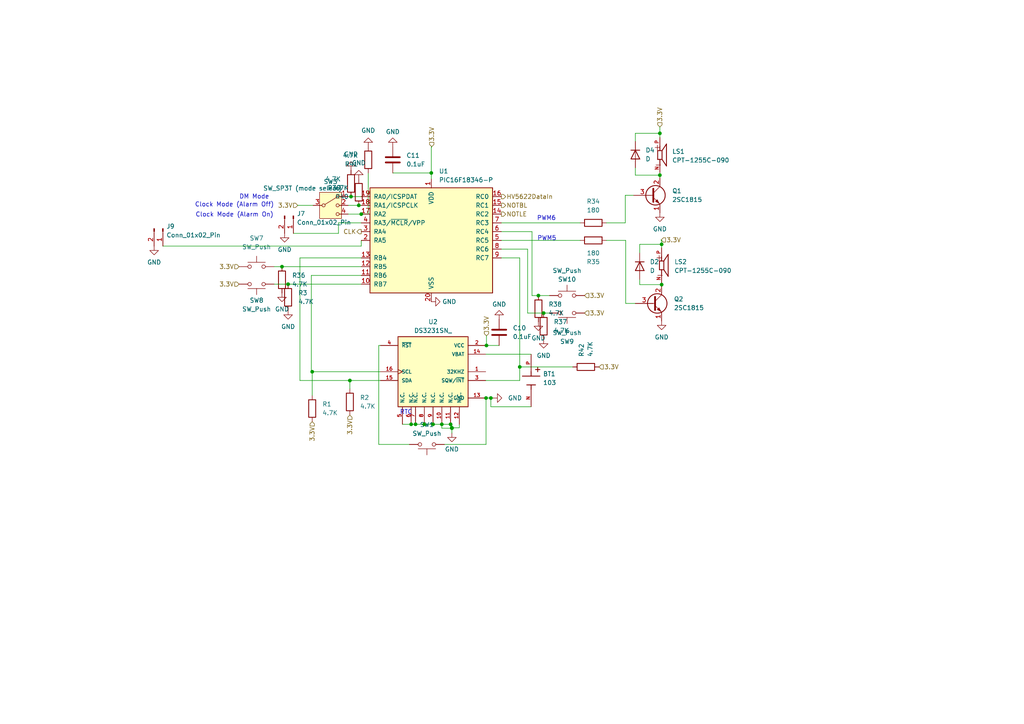
<source format=kicad_sch>
(kicad_sch (version 20230121) (generator eeschema)
  (paper "A4")
  (lib_symbols
    (symbol "103:103" (pin_names (offset 1.016))
      (property "Reference" "BT" (at -3.81 3.81 0))
      (property "Value" "103" (at -3.81 -5.08 0))
      (symbol "103_0_0"
        (polyline (pts (xy -3.81 1.905) (xy -2.54 1.905)) (stroke (width 0.254)))
        (polyline (pts (xy -3.175 2.54) (xy -3.175 1.27)) (stroke (width 0.254)))
        (polyline (pts (xy -1.27 0) (xy -2.54 0)) (stroke (width 0.254)))
        (polyline (pts (xy -1.27 0) (xy -1.27 -2.54)) (stroke (width 0.254)))
        (polyline (pts (xy -1.27 2.54) (xy -1.27 0)) (stroke (width 0.254)))
        (polyline (pts (xy 1.27 0) (xy 1.27 -1.27)) (stroke (width 0.254)))
        (polyline (pts (xy 1.27 0) (xy 2.54 0)) (stroke (width 0.254)))
        (polyline (pts (xy 1.27 1.27) (xy 1.27 0)) (stroke (width 0.254)))
        (pin passive line (at 7.62 0 180) (length 5.08) (name "~") (number "N"))
        (pin passive line (at -7.62 0 0) (length 5.08) (name "~") (number "P"))
      )
    )
    (symbol "CPT-1255C-090:CPT-1255C-090" (pin_names (offset 1.016))
      (property "Reference" "LS" (at -4.0809 10.2023 0))
      (property "Value" "CPT-1255C-090" (at -4.5885 -12.7459 0))
      (symbol "CPT-1255C-090_0_0"
        (polyline (pts (xy -0.635 -1.27) (xy -0.635 1.27)) (stroke (width 0.254)))
        (polyline (pts (xy -0.635 1.27) (xy 0 1.27)) (stroke (width 0.254)))
        (polyline (pts (xy 0 -1.27) (xy -0.635 -1.27)) (stroke (width 0.254)))
        (polyline (pts (xy 0 -1.27) (xy 0 -2.54)) (stroke (width 0.254)))
        (polyline (pts (xy 0 1.27) (xy 0 2.54)) (stroke (width 0.254)))
        (polyline (pts (xy 0 1.27) (xy 0.635 1.27)) (stroke (width 0.254)))
        (polyline (pts (xy 0.635 -1.27) (xy 0 -1.27)) (stroke (width 0.254)))
        (polyline (pts (xy 0.635 1.27) (xy 0.635 -1.27)) (stroke (width 0.254)))
        (polyline (pts (xy 0.635 1.27) (xy 1.905 3.175)) (stroke (width 0.254)))
        (polyline (pts (xy 1.905 -3.175) (xy 0.635 -1.27)) (stroke (width 0.254)))
        (polyline (pts (xy 1.905 3.175) (xy 1.905 -3.175)) (stroke (width 0.254)))
        (text "+" (at -1.913 1.2753 0) (effects (font (size 1.7854 1.7854)) (justify left bottom)))
        (text "-" (at -1.6587 -3.812 0) (effects (font (size 1.7855 1.7855)) (justify left bottom)))
        (pin passive line (at 0 -5.08 90) (length 2.54) (name "~") (number "N"))
        (pin passive line (at 0 5.08 270) (length 2.54) (name "~") (number "P"))
      )
    )
    (symbol "Connector:Conn_01x02_Pin" (pin_names (offset 1.016) hide)
      (property "Reference" "J" (at 0 2.54 0))
      (property "Value" "Conn_01x02_Pin" (at 0 -5.08 0))
      (symbol "Conn_01x02_Pin_1_1"
        (polyline (pts (xy 1.27 -2.54) (xy 0.8636 -2.54)) (stroke (width 0.1524)))
        (polyline (pts (xy 1.27 0) (xy 0.8636 0)) (stroke (width 0.1524)))
        (rectangle (start 0.8636 -2.413) (end 0 -2.667) (stroke (width 0.1524)) (fill (type outline)))
        (rectangle (start 0.8636 0.127) (end 0 -0.127) (stroke (width 0.1524)) (fill (type outline)))
        (pin passive line (at 5.08 0 180) (length 3.81) (name "Pin_1") (number "1"))
        (pin passive line (at 5.08 -2.54 180) (length 3.81) (name "Pin_2") (number "2"))
      )
    )
    (symbol "DS3231SN_:DS3231SN_" (pin_names (offset 1.016))
      (property "Reference" "U2" (at 0 14.478 0))
      (property "Value" "DS3231SN_" (at 0 11.938 0))
      (symbol "DS3231SN__0_0"
        (rectangle (start -10.16 10.16) (end 10.16 -10.16) (stroke (width 0.254)) (fill (type background)))
        (pin output line (at 15.24 0 180) (length 5.08) (name "32KHZ") (number "1"))
        (pin power_in line (at 15.24 -7.62 180) (length 5.08) (name "GND") (number "13"))
        (pin power_in line (at 15.24 5.08 180) (length 5.08) (name "VBAT") (number "14"))
        (pin bidirectional line (at -15.24 -2.54 0) (length 5.08) (name "SDA") (number "15"))
        (pin input clock (at -15.24 0 0) (length 5.08) (name "SCL") (number "16"))
        (pin power_in line (at 15.24 7.62 180) (length 5.08) (name "VCC") (number "2"))
        (pin output line (at 15.24 -2.54 180) (length 5.08) (name "SQW/~{INT}") (number "3"))
        (pin input line (at -15.24 7.62 0) (length 5.08) (name "~{RST}") (number "4"))
      )
      (symbol "DS3231SN__1_0"
        (pin power_in line (at 2.54 -15.24 90) (length 5.08) (name "N.C.") (number "10"))
        (pin power_in line (at 5.08 -15.24 90) (length 5.08) (name "N.C.") (number "11"))
        (pin power_in line (at 7.62 -15.24 90) (length 5.08) (name "N.C.") (number "12"))
        (pin power_in line (at -8.89 -15.24 90) (length 5.08) (name "N.C.") (number "5"))
        (pin power_in line (at -6.35 -15.24 90) (length 5.08) (name "N.C.") (number "6"))
        (pin power_in line (at -5.08 -15.24 90) (length 5.08) (name "N.C.") (number "7"))
        (pin power_in line (at -2.54 -15.24 90) (length 5.08) (name "N.C.") (number "8"))
        (pin power_in line (at 0 -15.24 90) (length 5.08) (name "N.C.") (number "9"))
      )
    )
    (symbol "Device:C" (pin_numbers hide) (pin_names (offset 0.254))
      (property "Reference" "C" (at 0.635 2.54 0))
      (property "Value" "C" (at 0.635 -2.54 0))
      (symbol "C_0_1"
        (polyline (pts (xy -2.032 -0.762) (xy 2.032 -0.762)) (stroke (width 0.508)))
        (polyline (pts (xy -2.032 0.762) (xy 2.032 0.762)) (stroke (width 0.508)))
      )
      (symbol "C_1_1"
        (pin passive line (at 0 3.81 270) (length 2.794) (name "~") (number "1"))
        (pin passive line (at 0 -3.81 90) (length 2.794) (name "~") (number "2"))
      )
    )
    (symbol "Device:D" (pin_numbers hide) (pin_names (offset 1.016) hide)
      (property "Reference" "D" (at 0 2.54 0))
      (property "Value" "D" (at 0 -2.54 0))
      (symbol "D_0_1"
        (polyline (pts (xy -1.27 1.27) (xy -1.27 -1.27)) (stroke (width 0.254)))
        (polyline (pts (xy 1.27 0) (xy -1.27 0)))
        (polyline (pts (xy 1.27 1.27) (xy 1.27 -1.27) (xy -1.27 0) (xy 1.27 1.27)) (stroke (width 0.254)))
      )
      (symbol "D_1_1"
        (pin passive line (at -3.81 0 0) (length 2.54) (name "K") (number "1"))
        (pin passive line (at 3.81 0 180) (length 2.54) (name "A") (number "2"))
      )
    )
    (symbol "Device:R" (pin_numbers hide) (pin_names (offset 0))
      (property "Reference" "R" (at 2.032 0 90))
      (property "Value" "R" (at 0 0 90))
      (symbol "R_0_1"
        (rectangle (start -1.016 -2.54) (end 1.016 2.54) (stroke (width 0.254)))
      )
      (symbol "R_1_1"
        (pin passive line (at 0 3.81 270) (length 1.27) (name "~") (number "1"))
        (pin passive line (at 0 -3.81 90) (length 1.27) (name "~") (number "2"))
      )
    )
    (symbol "MCU_Microchip_PIC16:PIC16F18346-P" (pin_names (offset 1.016))
      (property "Reference" "U" (at -16.51 16.51 0))
      (property "Value" "PIC16F18346-P" (at 9.652 16.51 0))
      (symbol "PIC16F18346-P_0_1"
        (rectangle (start -17.78 15.24) (end 17.78 -15.24) (stroke (width 0.254)) (fill (type background)))
      )
      (symbol "PIC16F18346-P_1_1"
        (pin power_in line (at 0 17.78 270) (length 2.54) (name "VDD") (number "1"))
        (pin bidirectional line (at -20.32 -12.7 0) (length 2.54) (name "RB7") (number "10"))
        (pin bidirectional line (at -20.32 -10.16 0) (length 2.54) (name "RB6") (number "11"))
        (pin bidirectional line (at -20.32 -7.62 0) (length 2.54) (name "RB5") (number "12"))
        (pin bidirectional line (at -20.32 -5.08 0) (length 2.54) (name "RB4") (number "13"))
        (pin bidirectional line (at 20.32 7.62 180) (length 2.54) (name "RC2") (number "14"))
        (pin bidirectional line (at 20.32 10.16 180) (length 2.54) (name "RC1") (number "15"))
        (pin bidirectional line (at 20.32 12.7 180) (length 2.54) (name "RC0") (number "16"))
        (pin bidirectional line (at -20.32 7.62 0) (length 2.54) (name "RA2") (number "17"))
        (pin bidirectional line (at -20.32 10.16 0) (length 2.54) (name "RA1/ICSPCLK") (number "18"))
        (pin bidirectional line (at -20.32 12.7 0) (length 2.54) (name "RA0/ICSPDAT") (number "19"))
        (pin bidirectional line (at -20.32 0 0) (length 2.54) (name "RA5") (number "2"))
        (pin power_in line (at 0 -17.78 90) (length 2.54) (name "VSS") (number "20"))
        (pin bidirectional line (at -20.32 2.54 0) (length 2.54) (name "RA4") (number "3"))
        (pin bidirectional line (at -20.32 5.08 0) (length 2.54) (name "RA3/~{MCLR}/VPP") (number "4"))
        (pin bidirectional line (at 20.32 0 180) (length 2.54) (name "RC5") (number "5"))
        (pin bidirectional line (at 20.32 2.54 180) (length 2.54) (name "RC4") (number "6"))
        (pin bidirectional line (at 20.32 5.08 180) (length 2.54) (name "RC3") (number "7"))
        (pin bidirectional line (at 20.32 -2.54 180) (length 2.54) (name "RC6") (number "8"))
        (pin bidirectional line (at 20.32 -5.08 180) (length 2.54) (name "RC7") (number "9"))
      )
    )
    (symbol "Switch:SW_Push" (pin_numbers hide) (pin_names (offset 1.016) hide)
      (property "Reference" "SW" (at 1.27 2.54 0))
      (property "Value" "SW_Push" (at 0 -1.524 0))
      (symbol "SW_Push_0_1"
        (circle (center -2.032 0) (radius 0.508))
        (polyline (pts (xy 0 1.27) (xy 0 3.048)))
        (polyline (pts (xy 2.54 1.27) (xy -2.54 1.27)))
        (circle (center 2.032 0) (radius 0.508))
        (pin passive line (at -5.08 0 0) (length 2.54) (name "1") (number "1"))
        (pin passive line (at 5.08 0 180) (length 2.54) (name "2") (number "2"))
      )
    )
    (symbol "Switch:SW_SP3T" (pin_names (offset 0) hide)
      (property "Reference" "SW" (at 0 5.08 0))
      (property "Value" "SW_SP3T" (at 0 -5.08 0))
      (symbol "SW_SP3T_0_1"
        (circle (center -2.032 0) (radius 0.4572))
        (polyline (pts (xy -1.651 0.254) (xy 1.651 2.286)))
        (circle (center 2.032 -2.54) (radius 0.4572))
        (circle (center 2.032 0) (radius 0.4572))
        (circle (center 2.032 2.54) (radius 0.4572))
      )
      (symbol "SW_SP3T_1_1"
        (rectangle (start -3.175 3.81) (end 3.175 -3.81) (fill (type background)))
        (pin passive line (at 5.08 2.54 180) (length 2.54) (name "1") (number "1"))
        (pin passive line (at 5.08 0 180) (length 2.54) (name "2") (number "2"))
        (pin passive line (at -5.08 0 0) (length 2.54) (name "3") (number "3"))
        (pin passive line (at 5.08 -2.54 180) (length 2.54) (name "4") (number "4"))
      )
    )
    (symbol "Transistor_BJT:2SC1815" (pin_names (offset 0) hide)
      (property "Reference" "Q" (at 5.08 1.905 0))
      (property "Value" "2SC1815" (at 5.08 0 0))
      (symbol "2SC1815_0_1"
        (polyline (pts (xy 0 0) (xy 0.508 0)))
        (polyline (pts (xy 0.635 0.635) (xy 2.54 2.54)))
        (polyline (pts (xy 0.635 -0.635) (xy 2.54 -2.54) (xy 2.54 -2.54)))
        (polyline (pts (xy 0.635 1.905) (xy 0.635 -1.905) (xy 0.635 -1.905)) (stroke (width 0.508)))
        (polyline (pts (xy 1.27 -1.778) (xy 1.778 -1.27) (xy 2.286 -2.286) (xy 1.27 -1.778) (xy 1.27 -1.778)) (fill (type outline)))
        (circle (center 1.27 0) (radius 2.8194) (stroke (width 0.254)))
      )
      (symbol "2SC1815_1_1"
        (pin passive line (at 2.54 -5.08 90) (length 2.54) (name "E") (number "1"))
        (pin passive line (at 2.54 5.08 270) (length 2.54) (name "C") (number "2"))
        (pin input line (at -5.08 0 0) (length 5.08) (name "B") (number "3"))
      )
    )
    (symbol "power:GND" (power) (pin_names (offset 0))
      (property "Value" "GND" (at 0 -3.81 0))
      (symbol "GND_0_1"
        (polyline (pts (xy 0 0) (xy 0 -1.27) (xy 1.27 -1.27) (xy 0 -2.54) (xy -1.27 -1.27) (xy 0 -1.27)))
      )
      (symbol "GND_1_1"
        (pin power_in line (at 0 0 270) (length 0) hide (name "GND") (number "1"))
      )
    )
  )
  (junction (at 125.603 123.063))
  (junction (at 191.897 70.866))
  (junction (at 191.389 50.8))
  (junction (at 90.551 107.823))
  (junction (at 123.063 123.063))
  (junction (at 156.1657 85.725))
  (junction (at 128.143 123.063))
  (junction (at 157.6761 90.805))
  (junction (at 142.3688 115.443))
  (junction (at 131.064 124.079))
  (junction (at 101.8091 57.023))
  (junction (at 119.253 123.063))
  (junction (at 191.389 38.6659))
  (junction (at 101.473 110.363))
  (junction (at 141.097 100.203))
  (junction (at 104.775 62.103))
  (junction (at 131.064 124.1917))
  (junction (at 130.683 123.063))
  (junction (at 83.5623 82.423))
  (junction (at 120.523 123.063))
  (junction (at 125.095 50.165))
  (junction (at 140.97 115.443))
  (junction (at 150.749 106.426))
  (junction (at 81.788 77.343))
  (junction (at 191.897 82.55))
  (junction (at 104.0592 59.563))
  (junction (at 131.064 124.1182))
  (wire (pts (xy 184.277 88.011) (xy 181.483 88.011)))
  (wire (pts (xy 191.897 82.55) (xy 185.547 82.55)))
  (wire (pts (xy 153.035 72.263) (xy 145.415 72.263)))
  (wire (pts (xy 184.277 38.6659) (xy 191.389 38.6659)))
  (wire (pts (xy 133.223 124.079) (xy 133.223 123.063)))
  (wire (pts (xy 181.483 69.723) (xy 175.895 69.723)))
  (wire (pts (xy 130.683 124.1182) (xy 131.064 124.1182)))
  (wire (pts (xy 185.547 82.55) (xy 185.547 81.026)))
  (wire (pts (xy 191.389 36.83) (xy 191.389 38.6659)))
  (wire (pts (xy 181.356 56.642) (xy 183.769 56.642)))
  (wire (pts (xy 153.035 90.805) (xy 153.035 72.263)))
  (wire (pts (xy 113.919 50.165) (xy 125.095 50.165)))
  (wire (pts (xy 131.064 124.1917) (xy 131.064 124.1182)))
  (wire (pts (xy 125.222 42.672) (xy 125.095 42.672)))
  (wire (pts (xy 159.385 90.805) (xy 157.6761 90.805)))
  (wire (pts (xy 123.063 123.063) (xy 125.603 123.063)))
  (wire (pts (xy 119.253 123.063) (xy 120.523 123.063)))
  (wire (pts (xy 191.897 69.723) (xy 191.897 70.866)))
  (wire (pts (xy 125.095 50.165) (xy 125.095 51.943)))
  (wire (pts (xy 191.77 69.723) (xy 191.897 69.723)))
  (wire (pts (xy 140.97 128.905) (xy 128.905 128.905)))
  (wire (pts (xy 131.064 124.079) (xy 133.223 124.079)))
  (wire (pts (xy 109.855 128.905) (xy 118.745 128.905)))
  (wire (pts (xy 181.356 56.642) (xy 181.356 64.643)))
  (wire (pts (xy 131.064 124.079) (xy 131.064 124.1182)))
  (wire (pts (xy 145.415 64.643) (xy 168.275 64.643)))
  (wire (pts (xy 90.297 79.883) (xy 104.775 79.883)))
  (wire (pts (xy 181.356 64.643) (xy 175.895 64.643)))
  (wire (pts (xy 109.855 100.203) (xy 109.855 128.905)))
  (wire (pts (xy 142.3688 117.983) (xy 142.3688 115.443)))
  (wire (pts (xy 100.965 57.023) (xy 101.8091 57.023)))
  (wire (pts (xy 150.749 106.426) (xy 150.749 74.803)))
  (wire (pts (xy 191.389 38.6659) (xy 191.389 39.878)))
  (wire (pts (xy 101.8091 57.023) (xy 104.775 57.023)))
  (wire (pts (xy 98.171 64.643) (xy 104.775 64.643)))
  (wire (pts (xy 150.749 106.426) (xy 166.116 106.426)))
  (wire (pts (xy 140.843 100.203) (xy 141.097 100.203)))
  (wire (pts (xy 141.097 97.409) (xy 141.097 100.203)))
  (wire (pts (xy 90.551 107.823) (xy 90.297 107.823)))
  (wire (pts (xy 184.277 50.8) (xy 184.277 48.641)))
  (wire (pts (xy 104.775 71.374) (xy 104.775 69.723)))
  (wire (pts (xy 85.09 67.691) (xy 98.171 67.691)))
  (wire (pts (xy 140.843 102.743) (xy 154.051 102.743)))
  (wire (pts (xy 159.385 85.725) (xy 156.1657 85.725)))
  (wire (pts (xy 120.523 123.063) (xy 123.063 123.063)))
  (wire (pts (xy 125.095 42.672) (xy 125.095 50.165)))
  (wire (pts (xy 181.483 88.011) (xy 181.483 69.723)))
  (wire (pts (xy 191.389 50.038) (xy 191.389 50.8)))
  (wire (pts (xy 83.5623 82.423) (xy 79.502 82.423)))
  (wire (pts (xy 141.097 100.203) (xy 144.78 100.203)))
  (wire (pts (xy 191.897 82.042) (xy 191.897 82.55)))
  (wire (pts (xy 140.97 115.443) (xy 140.97 128.905)))
  (wire (pts (xy 100.965 59.563) (xy 104.0592 59.563)))
  (wire (pts (xy 191.897 82.55) (xy 191.897 82.931)))
  (wire (pts (xy 131.064 123.063) (xy 131.064 124.079)))
  (wire (pts (xy 128.143 123.063) (xy 130.683 123.063)))
  (wire (pts (xy 86.995 74.803) (xy 104.775 74.803)))
  (wire (pts (xy 140.97 115.443) (xy 140.843 115.443)))
  (wire (pts (xy 106.807 50.165) (xy 106.807 62.103)))
  (wire (pts (xy 128.143 124.1917) (xy 131.064 124.1917)))
  (wire (pts (xy 157.6761 90.805) (xy 153.035 90.805)))
  (wire (pts (xy 101.473 110.363) (xy 86.995 110.363)))
  (wire (pts (xy 106.807 62.103) (xy 104.775 62.103)))
  (wire (pts (xy 142.3688 115.443) (xy 140.97 115.443)))
  (wire (pts (xy 150.749 110.363) (xy 150.749 106.426)))
  (wire (pts (xy 130.683 123.063) (xy 131.064 123.063)))
  (wire (pts (xy 154.051 117.983) (xy 142.3688 117.983)))
  (wire (pts (xy 90.551 107.823) (xy 90.551 114.681)))
  (wire (pts (xy 185.547 70.866) (xy 185.547 73.406)))
  (wire (pts (xy 104.0592 59.563) (xy 104.775 59.563)))
  (wire (pts (xy 145.415 74.803) (xy 150.749 74.803)))
  (wire (pts (xy 101.473 110.363) (xy 101.473 112.776)))
  (wire (pts (xy 145.415 69.723) (xy 168.275 69.723)))
  (wire (pts (xy 100.965 62.103) (xy 104.775 62.103)))
  (wire (pts (xy 156.1657 85.725) (xy 154.305 85.725)))
  (wire (pts (xy 79.502 77.343) (xy 81.788 77.343)))
  (wire (pts (xy 191.389 50.8) (xy 184.277 50.8)))
  (wire (pts (xy 81.788 77.343) (xy 104.775 77.343)))
  (wire (pts (xy 140.843 110.363) (xy 150.749 110.363)))
  (wire (pts (xy 125.603 123.063) (xy 128.143 123.063)))
  (wire (pts (xy 86.36 59.563) (xy 90.805 59.563)))
  (wire (pts (xy 184.277 41.021) (xy 184.277 38.6659)))
  (wire (pts (xy 154.305 67.183) (xy 145.415 67.183)))
  (wire (pts (xy 90.297 107.823) (xy 90.297 79.883)))
  (wire (pts (xy 191.77 69.596) (xy 191.77 69.723)))
  (wire (pts (xy 125.222 42.545) (xy 125.222 42.672)))
  (wire (pts (xy 47.244 71.374) (xy 104.775 71.374)))
  (wire (pts (xy 131.064 125.603) (xy 131.064 124.1917)))
  (wire (pts (xy 98.171 64.643) (xy 98.171 67.691)))
  (wire (pts (xy 104.775 82.423) (xy 83.5623 82.423)))
  (wire (pts (xy 191.897 70.866) (xy 185.547 70.866)))
  (wire (pts (xy 110.363 107.823) (xy 90.551 107.823)))
  (wire (pts (xy 110.363 100.203) (xy 109.855 100.203)))
  (wire (pts (xy 130.683 123.063) (xy 130.683 124.1182)))
  (wire (pts (xy 191.897 70.866) (xy 191.897 71.882)))
  (wire (pts (xy 110.363 110.363) (xy 101.473 110.363)))
  (wire (pts (xy 143.002 115.443) (xy 142.3688 115.443)))
  (wire (pts (xy 116.713 123.063) (xy 119.253 123.063)))
  (wire (pts (xy 86.995 110.363) (xy 86.995 74.803)))
  (wire (pts (xy 128.143 123.063) (xy 128.143 124.1917)))
  (wire (pts (xy 191.389 50.8) (xy 191.389 51.562)))
  (wire (pts (xy 154.305 85.725) (xy 154.305 67.183)))
  (text "Clock Mode (Alarm On)" (at 79.375 63.119 0) (effects (font (size 1.27 1.27)) (justify right bottom)))
  (text "Clock Mode (Alarm Off)" (at 79.502 60.198 0) (effects (font (size 1.27 1.27)) (justify right bottom)))
  (text "PWM6" (at 155.702 64.135 0) (effects (font (size 1.27 1.27)) (justify left bottom)))
  (text "PWM5" (at 155.829 69.977 0) (effects (font (size 1.27 1.27)) (justify left bottom)))
  (text "RTC" (at 115.951 120.396 0) (effects (font (size 1.27 1.27)) (justify left bottom)))
  (text "DM Mode" (at 78.105 57.912 0) (effects (font (size 1.27 1.27)) (justify right bottom)))
  (hierarchical_label "3.3V" (shape input) (at 169.545 85.725 0))
  (hierarchical_label "NOTBL" (shape output) (at 145.415 59.563 0))
  (hierarchical_label "3.3V" (shape input) (at 191.389 36.83 90))
  (hierarchical_label "3.3V" (shape input) (at 141.097 97.409 90))
  (hierarchical_label "3.3V" (shape input) (at 101.473 120.396 270))
  (hierarchical_label "3.3V" (shape input) (at 173.736 106.426 0))
  (hierarchical_label "3.3V" (shape input) (at 125.222 42.545 90))
  (hierarchical_label "3.3V" (shape input) (at 90.551 122.301 270))
  (hierarchical_label "3.3V" (shape input) (at 191.77 69.596 0))
  (hierarchical_label "3.3V" (shape input) (at 69.342 82.423 180))
  (hierarchical_label "3.3V" (shape input) (at 169.545 90.805 0))
  (hierarchical_label "NOTLE" (shape output) (at 145.415 62.103 0))
  (hierarchical_label "3.3V" (shape input) (at 69.342 77.343 180))
  (hierarchical_label "HV5622DataIn" (shape output) (at 145.415 57.023 0))
  (hierarchical_label "3.3V" (shape input) (at 86.36 59.563 180))
  (hierarchical_label "CLK" (shape output) (at 104.775 67.183 180))
  (symbol (lib_id "Device:D") (at 185.547 77.216 270) (unit 1)
    (property "Reference" "D2" (at 188.468 75.946 90) (effects (justify left)))
    (property "Value" "D" (at 188.468 78.486 90) (effects (justify left)))
    (property "Footprint" "Diode_THT:D_A-405_P2.54mm_Vertical_AnodeUp" (effects hide))
    (property "Sim.Device" "D" (effects hide))
    (property "Sim.Pins" "1=K 2=A" (effects hide))
  )
  (symbol (lib_id "Device:R") (at 169.926 106.426 90) (unit 1)
    (property "Reference" "R42" (at 168.656 103.505 0) (effects (justify left)))
    (property "Value" "4.7K" (at 171.196 103.505 0) (effects (justify left)))
    (property "Footprint" "Resistor_THT:R_Axial_DIN0204_L3.6mm_D1.6mm_P2.54mm_Vertical" (effects hide))
  )
  (symbol (lib_id "Switch:SW_Push") (at 164.465 85.725 0) (unit 1)
    (property "Reference" "SW10" (at 164.465 81.026 0))
    (property "Value" "SW_Push" (at 164.465 78.486 0))
    (property "Footprint" "Connector_PinHeader_2.54mm:PinHeader_1x02_P2.54mm_Vertical" (effects hide))
  )
  (symbol (lib_id "DS3231SN_:DS3231SN_") (at 125.603 107.823 0) (unit 1)
    (property "Reference" "U2" (at 125.603 93.345 0))
    (property "Value" "DS3231SN_" (at 125.603 95.885 0))
    (property "Footprint" "Footprints:SOIC127P1032X265-16N" (effects hide))
    (property "MF" "Analog Devices" (effects hide))
    (property "Description" "\nExtremely Accurate I²C-Integrated RTC/TCXO/Crystal\n" (effects hide))
    (property "Package" "SOIC-16 Maxim" (effects hide))
    (property "Price" "None" (effects hide))
    (property "Check_prices" "https://www.snapeda.com/parts/DS3231SN%23/Analog+Devices/view-part/?ref=eda" (effects hide))
    (property "SnapEDA_Link" "https://www.snapeda.com/parts/DS3231SN%23/Analog+Devices/view-part/?ref=snap" (effects hide))
    (property "MP" "DS3231SN#" (effects hide))
    (property "Purchase-URL" "https://www.snapeda.com/api/url_track_click_mouser/?unipart_id=99048&manufacturer=Analog Devices&part_name=DS3231SN#&search_term=None" (effects hide))
    (property "Availability" "In Stock" (effects hide))
    (property "MANUFACTURER" "Maxim Intergrated" (effects hide))
  )
  (symbol (lib_id "Switch:SW_Push") (at 74.422 82.423 180) (unit 1)
    (property "Reference" "SW8" (at 74.422 87.122 0))
    (property "Value" "SW_Push" (at 74.422 89.662 0))
    (property "Footprint" "Connector_PinHeader_2.54mm:PinHeader_1x02_P2.54mm_Vertical" (effects hide))
  )
  (symbol (lib_id "Transistor_BJT:2SC1815") (at 189.357 88.011 0) (unit 1)
    (property "Reference" "Q2" (at 195.453 86.741 0) (effects (justify left)))
    (property "Value" "2SC1815" (at 195.453 89.281 0) (effects (justify left)))
    (property "Footprint" "Package_TO_SOT_THT:TO-92_Inline" (effects hide))
    (property "Datasheet" "https://media.digikey.com/pdf/Data%20Sheets/Toshiba%20PDFs/2SC1815.pdf" (effects hide))
  )
  (symbol (lib_id "Device:D") (at 184.277 44.831 270) (unit 1)
    (property "Reference" "D4" (at 187.198 43.561 90) (effects (justify left)))
    (property "Value" "D" (at 187.198 46.101 90) (effects (justify left)))
    (property "Footprint" "Diode_THT:D_A-405_P2.54mm_Vertical_AnodeUp" (effects hide))
    (property "Sim.Device" "D" (effects hide))
    (property "Sim.Pins" "1=K 2=A" (effects hide))
  )
  (symbol (lib_id "Connector:Conn_01x02_Pin") (at 47.244 66.294 270) (unit 1)
    (property "Reference" "J9" (at 48.26 65.659 90) (effects (justify left)))
    (property "Value" "Conn_01x02_Pin" (at 48.26 68.199 90) (effects (justify left)))
    (property "Footprint" "Connector_PinSocket_2.54mm:PinSocket_1x02_P2.54mm_Vertical" (effects hide))
  )
  (symbol (lib_id "Switch:SW_Push") (at 123.825 128.905 180) (unit 1)
    (property "Reference" "SW1" (at 123.825 123.19 0))
    (property "Value" "SW_Push" (at 123.825 125.73 0))
    (property "Footprint" "Connector_PinHeader_2.54mm:PinHeader_1x02_P2.54mm_Vertical" (effects hide))
  )
  (symbol (lib_id "CPT-1255C-090:CPT-1255C-090") (at 191.389 44.958 0) (unit 1)
    (property "Reference" "LS1" (at 194.945 43.9375 0) (effects (justify left)))
    (property "Value" "CPT-1255C-090" (at 194.945 46.4775 0) (effects (justify left)))
    (property "Footprint" "Footprints:CUI_CPT-1255C-090" (effects hide))
    (property "MF" "CUI Devices" (effects hide))
    (property "DESCRIPTION" "12 mm, 20 Vp-p, 80 dB, Through Hole, Piezo Audio Transducer Buzzer" (effects hide))
    (property "PACKAGE" "CUI" (effects hide))
    (property "PRICE" "0.68 USD" (effects hide))
    (property "Package" "None" (effects hide))
    (property "Check_prices" "https://www.snapeda.com/parts/CPT-1255C-090/CUI+Devices/view-part/?ref=eda" (effects hide))
    (property "Price" "None" (effects hide))
    (property "SnapEDA_Link" "https://www.snapeda.com/parts/CPT-1255C-090/CUI+Devices/view-part/?ref=snap" (effects hide))
    (property "MP" "CPT-1255C-090" (effects hide))
    (property "Purchase-URL" "https://www.snapeda.com/api/url_track_click_mouser/?unipart_id=2202985&manufacturer=CUI Devices&part_name=CPT-1255C-090&search_term=piezo" (effects hide))
    (property "Availability" "In Stock" (effects hide))
    (property "CUI_purchase_URL" "https://www.cuidevices.com/product/audio/buzzers/audio-transducers/cpt-1255c-090?utm_source=snapeda.com&utm_medium=referral&utm_campaign=snapedaBOM" (effects hide))
    (property "AVAILABILITY" "Warning" (effects hide))
    (property "Description" "12 mm, 20 Vp-p, 80 dB, Through Hole, Piezo Audio Transducer Buzzer" (effects hide))
  )
  (symbol (lib_id "Device:R") (at 156.1657 89.535 0) (unit 1)
    (property "Reference" "R38" (at 159.0867 88.265 0) (effects (justify left)))
    (property "Value" "4.7K" (at 159.0867 90.805 0) (effects (justify left)))
    (property "Footprint" "Resistor_THT:R_Axial_DIN0204_L3.6mm_D1.6mm_P2.54mm_Vertical" (effects hide))
  )
  (symbol (lib_id "power:GND") (at 143.002 115.443 90) (unit 1)
    (property "Reference" "#PWR02" (effects hide))
    (property "Value" "GND" (at 147.32 115.443 90) (effects (justify right)))
  )
  (symbol (lib_id "power:GND") (at 191.389 61.722 0) (unit 1)
    (property "Reference" "#PWR030" (effects hide))
    (property "Value" "GND" (at 191.389 66.421 0))
  )
  (symbol (lib_id "Transistor_BJT:2SC1815") (at 188.849 56.642 0) (unit 1)
    (property "Reference" "Q1" (at 194.945 55.372 0) (effects (justify left)))
    (property "Value" "2SC1815" (at 194.945 57.912 0) (effects (justify left)))
    (property "Footprint" "Package_TO_SOT_THT:TO-92_Inline" (effects hide))
    (property "Datasheet" "https://media.digikey.com/pdf/Data%20Sheets/Toshiba%20PDFs/2SC1815.pdf" (effects hide))
  )
  (symbol (lib_id "Device:R") (at 101.8091 53.213 180) (unit 1)
    (property "Reference" "R39" (at 98.8881 54.483 0) (effects (justify left)))
    (property "Value" "4.7K" (at 98.8881 51.943 0) (effects (justify left)))
    (property "Footprint" "Resistor_THT:R_Axial_DIN0204_L3.6mm_D1.6mm_P2.54mm_Vertical" (effects hide))
  )
  (symbol (lib_id "Device:R") (at 172.085 69.723 270) (unit 1)
    (property "Reference" "R35" (at 172.085 75.946 90))
    (property "Value" "180" (at 172.085 73.406 90))
    (property "Footprint" "Resistor_THT:R_Axial_DIN0204_L3.6mm_D1.6mm_P2.54mm_Vertical" (effects hide))
  )
  (symbol (lib_id "power:GND") (at 82.55 67.691 0) (unit 1)
    (property "Reference" "#PWR020" (effects hide))
    (property "Value" "GND" (at 82.55 72.39 0))
  )
  (symbol (lib_id "power:GND") (at 113.919 42.545 180) (unit 1)
    (property "Reference" "#PWR028" (effects hide))
    (property "Value" "GND" (at 113.919 38.227 0))
  )
  (symbol (lib_id "power:GND") (at 144.78 92.583 180) (unit 1)
    (property "Reference" "#PWR027" (effects hide))
    (property "Value" "GND" (at 144.78 88.265 0))
  )
  (symbol (lib_id "Switch:SW_Push") (at 164.465 90.805 180) (unit 1)
    (property "Reference" "SW9" (at 164.465 99.06 0))
    (property "Value" "SW_Push" (at 164.465 96.52 0))
    (property "Footprint" "Connector_PinHeader_2.54mm:PinHeader_1x02_P2.54mm_Vertical" (effects hide))
  )
  (symbol (lib_id "power:GND") (at 81.788 84.963 0) (unit 1)
    (property "Reference" "#PWR023" (effects hide))
    (property "Value" "GND" (at 81.788 89.662 0))
  )
  (symbol (lib_id "power:GND") (at 101.8091 49.403 180) (unit 1)
    (property "Reference" "#PWR035" (effects hide))
    (property "Value" "GND" (at 101.8091 44.704 0))
  )
  (symbol (lib_id "power:GND") (at 106.807 42.545 180) (unit 1)
    (property "Reference" "#PWR037" (effects hide))
    (property "Value" "GND" (at 106.807 37.846 0))
  )
  (symbol (lib_id "Device:R") (at 83.5623 86.233 0) (unit 1)
    (property "Reference" "R3" (at 86.4833 84.963 0) (effects (justify left)))
    (property "Value" "4.7K" (at 86.4833 87.503 0) (effects (justify left)))
    (property "Footprint" "Resistor_THT:R_Axial_DIN0204_L3.6mm_D1.6mm_P2.54mm_Vertical" (effects hide))
  )
  (symbol (lib_id "power:GND") (at 83.5623 90.043 0) (unit 1)
    (property "Reference" "#PWR022" (effects hide))
    (property "Value" "GND" (at 83.5623 94.742 0))
  )
  (symbol (lib_id "Connector:Conn_01x02_Pin") (at 85.09 62.611 270) (unit 1)
    (property "Reference" "J7" (at 86.106 61.976 90) (effects (justify left)))
    (property "Value" "Conn_01x02_Pin" (at 86.106 64.516 90) (effects (justify left)))
    (property "Footprint" "Connector_PinSocket_2.54mm:PinSocket_1x02_P2.54mm_Vertical" (effects hide))
  )
  (symbol (lib_id "CPT-1255C-090:CPT-1255C-090") (at 191.897 76.962 0) (unit 1)
    (property "Reference" "LS2" (at 195.58 75.9415 0) (effects (justify left)))
    (property "Value" "CPT-1255C-090" (at 195.58 78.4815 0) (effects (justify left)))
    (property "Footprint" "Footprints:CUI_CPT-1255C-090" (effects hide))
    (property "MF" "CUI Devices" (effects hide))
    (property "DESCRIPTION" "12 mm, 20 Vp-p, 80 dB, Through Hole, Piezo Audio Transducer Buzzer" (effects hide))
    (property "PACKAGE" "CUI" (effects hide))
    (property "PRICE" "0.68 USD" (effects hide))
    (property "Package" "None" (effects hide))
    (property "Check_prices" "https://www.snapeda.com/parts/CPT-1255C-090/CUI+Devices/view-part/?ref=eda" (effects hide))
    (property "Price" "None" (effects hide))
    (property "SnapEDA_Link" "https://www.snapeda.com/parts/CPT-1255C-090/CUI+Devices/view-part/?ref=snap" (effects hide))
    (property "MP" "CPT-1255C-090" (effects hide))
    (property "Purchase-URL" "https://www.snapeda.com/api/url_track_click_mouser/?unipart_id=2202985&manufacturer=CUI Devices&part_name=CPT-1255C-090&search_term=piezo" (effects hide))
    (property "Availability" "In Stock" (effects hide))
    (property "CUI_purchase_URL" "https://www.cuidevices.com/product/audio/buzzers/audio-transducers/cpt-1255c-090?utm_source=snapeda.com&utm_medium=referral&utm_campaign=snapedaBOM" (effects hide))
    (property "AVAILABILITY" "Warning" (effects hide))
    (property "Description" "12 mm, 20 Vp-p, 80 dB, Through Hole, Piezo Audio Transducer Buzzer" (effects hide))
  )
  (symbol (lib_id "power:GND") (at 191.897 93.091 0) (unit 1)
    (property "Reference" "#PWR029" (effects hide))
    (property "Value" "GND" (at 191.897 97.79 0))
  )
  (symbol (lib_id "103:103") (at 154.051 110.363 270) (unit 1)
    (property "Reference" "BT1" (at 157.48 108.458 90) (effects (justify left)))
    (property "Value" "103" (at 157.48 110.998 90) (effects (justify left)))
    (property "Footprint" "Footprints:BAT_103" (effects hide))
    (property "MF" "Keystone" (effects hide))
    (property "MAXIMUM_PACKAGE_HEIGHT" "10.76mm" (effects hide))
    (property "Package" "NON STANDARD-2 Keystone" (effects hide))
    (property "Price" "None" (effects hide))
    (property "Check_prices" "https://www.snapeda.com/parts/103/Keystone/view-part/?ref=eda" (effects hide))
    (property "STANDARD" "Manufacturer Recommendations" (effects hide))
    (property "PARTREV" "A" (effects hide))
    (property "SnapEDA_Link" "https://www.snapeda.com/parts/103/Keystone/view-part/?ref=snap" (effects hide))
    (property "MP" "103" (effects hide))
    (property "Purchase-URL" "https://www.snapeda.com/api/url_track_click_mouser/?unipart_id=2692&manufacturer=Keystone&part_name=103&search_term=None" (effects hide))
    (property "Description" "\nBattery Holder, Coin-Cell; 20 mm; 0.896in.; Glass Filled Nylon; 1; 1 AWG\n" (effects hide))
    (property "SNAPEDA_PN" "103" (effects hide))
    (property "Availability" "In Stock" (effects hide))
    (property "MANUFACTURER" "Keystone" (effects hide))
  )
  (symbol (lib_id "Device:R") (at 90.551 118.491 0) (unit 1)
    (property "Reference" "R1" (at 93.472 117.221 0) (effects (justify left)))
    (property "Value" "4.7K" (at 93.472 119.761 0) (effects (justify left)))
    (property "Footprint" "Resistor_THT:R_Axial_DIN0204_L3.6mm_D1.6mm_P2.54mm_Vertical" (effects hide))
  )
  (symbol (lib_id "Device:R") (at 157.6761 94.615 0) (unit 1)
    (property "Reference" "R37" (at 160.5971 93.345 0) (effects (justify left)))
    (property "Value" "4.7K" (at 160.5971 95.885 0) (effects (justify left)))
    (property "Footprint" "Resistor_THT:R_Axial_DIN0204_L3.6mm_D1.6mm_P2.54mm_Vertical" (effects hide))
  )
  (symbol (lib_id "Device:R") (at 172.085 64.643 90) (unit 1)
    (property "Reference" "R34" (at 172.085 58.42 90))
    (property "Value" "180" (at 172.085 60.96 90))
    (property "Footprint" "Resistor_THT:R_Axial_DIN0204_L3.6mm_D1.6mm_P2.54mm_Vertical" (effects hide))
  )
  (symbol (lib_id "MCU_Microchip_PIC16:PIC16F18346-P") (at 125.095 69.723 0) (unit 1)
    (property "Reference" "U1" (at 127.2891 49.657 0) (effects (justify left)))
    (property "Value" "PIC16F18346-P" (at 127.2891 52.197 0) (effects (justify left)))
    (property "Footprint" "Package_DIP:DIP-20_W7.62mm" (effects hide))
    (property "Datasheet" "http://ww1.microchip.com/downloads/en/DeviceDoc/40001839B.pdf" (effects hide))
  )
  (symbol (lib_id "Device:R") (at 106.807 46.355 180) (unit 1)
    (property "Reference" "R41" (at 103.886 47.625 0) (effects (justify left)))
    (property "Value" "4.7K" (at 103.886 45.085 0) (effects (justify left)))
    (property "Footprint" "Resistor_THT:R_Axial_DIN0204_L3.6mm_D1.6mm_P2.54mm_Vertical" (effects hide))
  )
  (symbol (lib_id "Switch:SW_Push") (at 74.422 77.343 0) (unit 1)
    (property "Reference" "SW7" (at 74.422 69.088 0))
    (property "Value" "SW_Push" (at 74.422 71.628 0))
    (property "Footprint" "Connector_PinHeader_2.54mm:PinHeader_1x02_P2.54mm_Vertical" (effects hide))
  )
  (symbol (lib_id "Device:R") (at 104.0592 55.753 180) (unit 1)
    (property "Reference" "R40" (at 101.1382 57.023 0) (effects (justify left)))
    (property "Value" "4.7K" (at 101.1382 54.483 0) (effects (justify left)))
    (property "Footprint" "Resistor_THT:R_Axial_DIN0204_L3.6mm_D1.6mm_P2.54mm_Vertical" (effects hide))
  )
  (symbol (lib_id "power:GND") (at 104.0592 51.943 180) (unit 1)
    (property "Reference" "#PWR036" (effects hide))
    (property "Value" "GND" (at 104.0592 47.244 0))
  )
  (symbol (lib_id "Device:C") (at 144.78 96.393 180) (unit 1)
    (property "Reference" "C10" (at 148.717 95.123 0) (effects (justify right)))
    (property "Value" "0.1uF" (at 148.717 97.663 0) (effects (justify right)))
    (property "Footprint" "Capacitor_SMD:C_0805_2012Metric" (effects hide))
  )
  (symbol (lib_id "Device:R") (at 101.473 116.586 0) (unit 1)
    (property "Reference" "R2" (at 104.394 115.316 0) (effects (justify left)))
    (property "Value" "4.7K" (at 104.394 117.856 0) (effects (justify left)))
    (property "Footprint" "Resistor_THT:R_Axial_DIN0204_L3.6mm_D1.6mm_P2.54mm_Vertical" (effects hide))
  )
  (symbol (lib_id "Device:R") (at 81.788 81.153 0) (unit 1)
    (property "Reference" "R36" (at 84.709 79.883 0) (effects (justify left)))
    (property "Value" "4.7K" (at 84.709 82.423 0) (effects (justify left)))
    (property "Footprint" "Resistor_THT:R_Axial_DIN0204_L3.6mm_D1.6mm_P2.54mm_Vertical" (effects hide))
  )
  (symbol (lib_id "power:GND") (at 131.064 125.603 0) (unit 1)
    (property "Reference" "#PWR03" (effects hide))
    (property "Value" "GND" (at 131.064 130.302 0))
  )
  (symbol (lib_id "Device:C") (at 113.919 46.355 180) (unit 1)
    (property "Reference" "C11" (at 117.856 45.085 0) (effects (justify right)))
    (property "Value" "0.1uF" (at 117.856 47.625 0) (effects (justify right)))
    (property "Footprint" "Capacitor_SMD:C_0805_2012Metric" (effects hide))
  )
  (symbol (lib_id "power:GND") (at 44.704 71.374 0) (unit 1)
    (property "Reference" "#PWR019" (effects hide))
    (property "Value" "GND" (at 44.704 76.073 0))
  )
  (symbol (lib_id "power:GND") (at 156.1657 93.345 0) (unit 1)
    (property "Reference" "#PWR034" (effects hide))
    (property "Value" "GND" (at 156.1657 98.044 0))
  )
  (symbol (lib_id "Switch:SW_SP3T") (at 95.885 59.563 0) (unit 1)
    (property "Reference" "SW3" (at 95.885 52.705 0))
    (property "Value" "SW_SP3T (mode select)" (at 87.757 54.61 0))
    (property "Footprint" "Footprints:OS102011MS8QP1" (effects hide))
  )
  (symbol (lib_id "power:GND") (at 125.095 87.503 90) (unit 1)
    (property "Reference" "#PWR01" (effects hide))
    (property "Value" "GND" (at 128.27 87.503 90) (effects (justify right)))
  )
  (symbol (lib_id "power:GND") (at 157.6761 98.425 0) (unit 1)
    (property "Reference" "#PWR026" (effects hide))
    (property "Value" "GND" (at 157.6761 103.124 0))
  )
)
</source>
